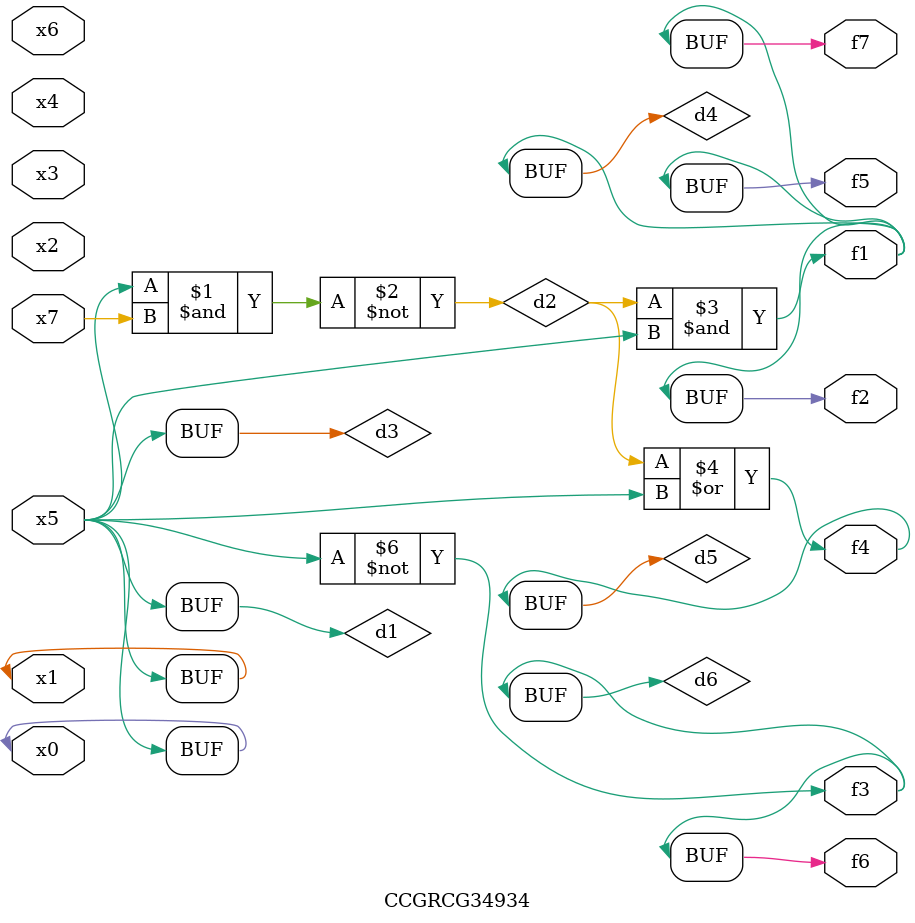
<source format=v>
module CCGRCG34934(
	input x0, x1, x2, x3, x4, x5, x6, x7,
	output f1, f2, f3, f4, f5, f6, f7
);

	wire d1, d2, d3, d4, d5, d6;

	buf (d1, x0, x5);
	nand (d2, x5, x7);
	buf (d3, x0, x1);
	and (d4, d2, d3);
	or (d5, d2, d3);
	nor (d6, d1, d3);
	assign f1 = d4;
	assign f2 = d4;
	assign f3 = d6;
	assign f4 = d5;
	assign f5 = d4;
	assign f6 = d6;
	assign f7 = d4;
endmodule

</source>
